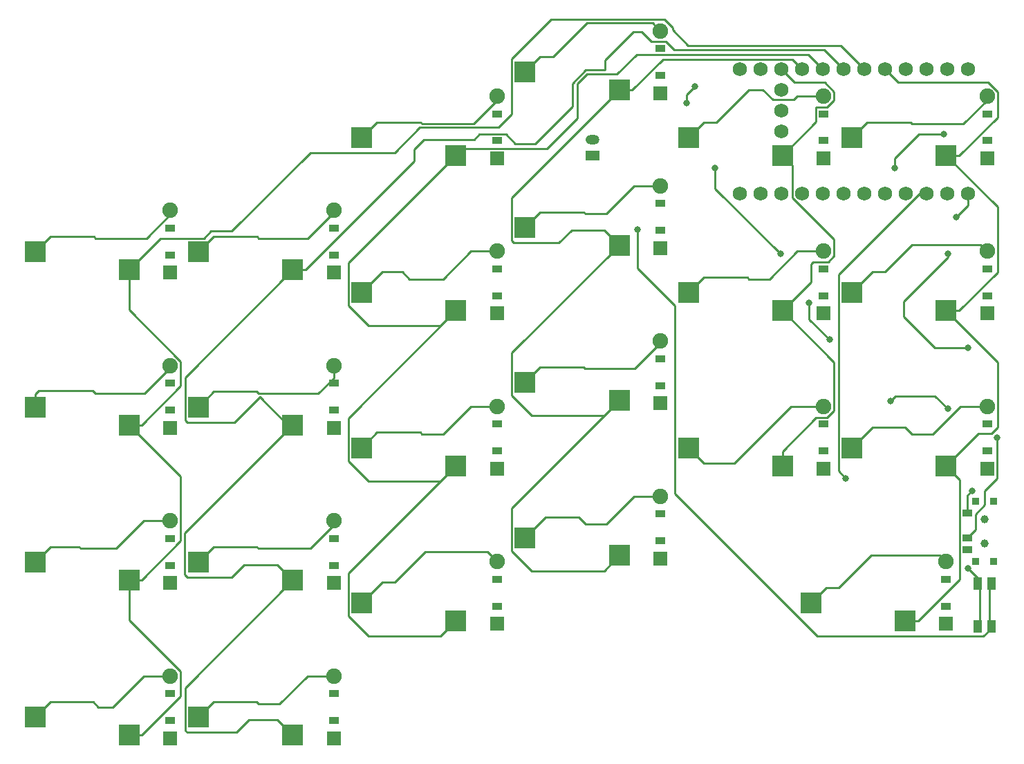
<source format=gbr>
%TF.GenerationSoftware,KiCad,Pcbnew,8.0.7*%
%TF.CreationDate,2025-01-04T23:43:43-07:00*%
%TF.ProjectId,left,6c656674-2e6b-4696-9361-645f70636258,v1.0.0*%
%TF.SameCoordinates,Original*%
%TF.FileFunction,Copper,L2,Bot*%
%TF.FilePolarity,Positive*%
%FSLAX46Y46*%
G04 Gerber Fmt 4.6, Leading zero omitted, Abs format (unit mm)*
G04 Created by KiCad (PCBNEW 8.0.7) date 2025-01-04 23:43:43*
%MOMM*%
%LPD*%
G01*
G04 APERTURE LIST*
%TA.AperFunction,SMDPad,CuDef*%
%ADD10R,2.600000X2.600000*%
%TD*%
%TA.AperFunction,SMDPad,CuDef*%
%ADD11R,1.200000X0.900000*%
%TD*%
%TA.AperFunction,ComponentPad*%
%ADD12R,1.778000X1.778000*%
%TD*%
%TA.AperFunction,ComponentPad*%
%ADD13C,1.905000*%
%TD*%
%TA.AperFunction,ComponentPad*%
%ADD14C,1.752600*%
%TD*%
%TA.AperFunction,WasherPad*%
%ADD15C,1.000000*%
%TD*%
%TA.AperFunction,SMDPad,CuDef*%
%ADD16R,1.250000X0.900000*%
%TD*%
%TA.AperFunction,SMDPad,CuDef*%
%ADD17R,0.900000X0.900000*%
%TD*%
%TA.AperFunction,SMDPad,CuDef*%
%ADD18R,1.000000X1.550000*%
%TD*%
%TA.AperFunction,ComponentPad*%
%ADD19R,1.700000X1.200000*%
%TD*%
%TA.AperFunction,ComponentPad*%
%ADD20O,1.700000X1.200000*%
%TD*%
%TA.AperFunction,ViaPad*%
%ADD21C,0.800000*%
%TD*%
%TA.AperFunction,Conductor*%
%ADD22C,0.250000*%
%TD*%
G04 APERTURE END LIST*
D10*
%TO.P,S1,1*%
%TO.N,P020*%
X103275000Y-155950000D03*
%TO.P,S1,2*%
%TO.N,shift_utility*%
X91725000Y-153750000D03*
%TD*%
%TO.P,S2,1*%
%TO.N,P020*%
X103275000Y-136950000D03*
%TO.P,S2,2*%
%TO.N,shift_down*%
X91725000Y-134750000D03*
%TD*%
%TO.P,S3,1*%
%TO.N,P020*%
X103275000Y-117950000D03*
%TO.P,S3,2*%
%TO.N,shift_home*%
X91725000Y-115750000D03*
%TD*%
%TO.P,S4,1*%
%TO.N,P020*%
X103275000Y-98950000D03*
%TO.P,S4,2*%
%TO.N,shift_up*%
X91725000Y-96750000D03*
%TD*%
%TO.P,S5,1*%
%TO.N,P022*%
X123275000Y-155950000D03*
%TO.P,S5,2*%
%TO.N,a_utility*%
X111725000Y-153750000D03*
%TD*%
%TO.P,S6,1*%
%TO.N,P022*%
X123275000Y-136950000D03*
%TO.P,S6,2*%
%TO.N,a_down*%
X111725000Y-134750000D03*
%TD*%
%TO.P,S7,1*%
%TO.N,P022*%
X123275000Y-117950000D03*
%TO.P,S7,2*%
%TO.N,a_home*%
X111725000Y-115750000D03*
%TD*%
%TO.P,S8,1*%
%TO.N,P022*%
X123275000Y-98950000D03*
%TO.P,S8,2*%
%TO.N,a_up*%
X111725000Y-96750000D03*
%TD*%
%TO.P,S9,1*%
%TO.N,P024*%
X143275000Y-141950000D03*
%TO.P,S9,2*%
%TO.N,s_utility*%
X131725000Y-139750000D03*
%TD*%
%TO.P,S10,1*%
%TO.N,P024*%
X143275000Y-122950000D03*
%TO.P,S10,2*%
%TO.N,s_down*%
X131725000Y-120750000D03*
%TD*%
%TO.P,S11,1*%
%TO.N,P024*%
X143275000Y-103950000D03*
%TO.P,S11,2*%
%TO.N,s_home*%
X131725000Y-101750000D03*
%TD*%
%TO.P,S12,1*%
%TO.N,P024*%
X143275000Y-84950000D03*
%TO.P,S12,2*%
%TO.N,s_up*%
X131725000Y-82750000D03*
%TD*%
%TO.P,S13,1*%
%TO.N,P100*%
X163275000Y-133950000D03*
%TO.P,S13,2*%
%TO.N,d_utility*%
X151725000Y-131750000D03*
%TD*%
%TO.P,S14,1*%
%TO.N,P100*%
X163275000Y-114950000D03*
%TO.P,S14,2*%
%TO.N,d_down*%
X151725000Y-112750000D03*
%TD*%
%TO.P,S15,1*%
%TO.N,P100*%
X163275000Y-95950000D03*
%TO.P,S15,2*%
%TO.N,d_home*%
X151725000Y-93750000D03*
%TD*%
%TO.P,S16,1*%
%TO.N,P100*%
X163275000Y-76950000D03*
%TO.P,S16,2*%
%TO.N,d_up*%
X151725000Y-74750000D03*
%TD*%
%TO.P,S17,1*%
%TO.N,P011*%
X183275000Y-122950000D03*
%TO.P,S17,2*%
%TO.N,f_down*%
X171725000Y-120750000D03*
%TD*%
%TO.P,S18,1*%
%TO.N,P011*%
X183275000Y-103950000D03*
%TO.P,S18,2*%
%TO.N,f_home*%
X171725000Y-101750000D03*
%TD*%
%TO.P,S19,1*%
%TO.N,P011*%
X183275000Y-84950000D03*
%TO.P,S19,2*%
%TO.N,f_up*%
X171725000Y-82750000D03*
%TD*%
%TO.P,S20,1*%
%TO.N,P017*%
X203275000Y-122950000D03*
%TO.P,S20,2*%
%TO.N,g_down*%
X191725000Y-120750000D03*
%TD*%
%TO.P,S21,1*%
%TO.N,P017*%
X203275000Y-103950000D03*
%TO.P,S21,2*%
%TO.N,g_home*%
X191725000Y-101750000D03*
%TD*%
%TO.P,S22,1*%
%TO.N,P017*%
X203275000Y-84950000D03*
%TO.P,S22,2*%
%TO.N,g_up*%
X191725000Y-82750000D03*
%TD*%
%TO.P,S23,1*%
%TO.N,P017*%
X198275000Y-141950000D03*
%TO.P,S23,2*%
%TO.N,g_anchor*%
X186725000Y-139750000D03*
%TD*%
D11*
%TO.P,D1,2*%
%TO.N,shift_utility*%
X108300000Y-150850000D03*
%TO.P,D1,1*%
%TO.N,P029*%
X108300000Y-154150000D03*
D12*
X108300000Y-156310000D03*
D13*
%TO.P,D1,2*%
%TO.N,shift_utility*%
X108300000Y-148690000D03*
%TD*%
D11*
%TO.P,D2,2*%
%TO.N,shift_down*%
X108300000Y-131850000D03*
%TO.P,D2,1*%
%TO.N,P002*%
X108300000Y-135150000D03*
D12*
X108300000Y-137310000D03*
D13*
%TO.P,D2,2*%
%TO.N,shift_down*%
X108300000Y-129690000D03*
%TD*%
D11*
%TO.P,D3,2*%
%TO.N,shift_home*%
X108300000Y-112850000D03*
%TO.P,D3,1*%
%TO.N,P115*%
X108300000Y-116150000D03*
D12*
X108300000Y-118310000D03*
D13*
%TO.P,D3,2*%
%TO.N,shift_home*%
X108300000Y-110690000D03*
%TD*%
D11*
%TO.P,D4,2*%
%TO.N,shift_up*%
X108300000Y-93850000D03*
%TO.P,D4,1*%
%TO.N,P113*%
X108300000Y-97150000D03*
D12*
X108300000Y-99310000D03*
D13*
%TO.P,D4,2*%
%TO.N,shift_up*%
X108300000Y-91690000D03*
%TD*%
D11*
%TO.P,D5,2*%
%TO.N,a_utility*%
X128300000Y-150850000D03*
%TO.P,D5,1*%
%TO.N,P029*%
X128300000Y-154150000D03*
D12*
X128300000Y-156310000D03*
D13*
%TO.P,D5,2*%
%TO.N,a_utility*%
X128300000Y-148690000D03*
%TD*%
D11*
%TO.P,D6,2*%
%TO.N,a_down*%
X128300000Y-131850000D03*
%TO.P,D6,1*%
%TO.N,P002*%
X128300000Y-135150000D03*
D12*
X128300000Y-137310000D03*
D13*
%TO.P,D6,2*%
%TO.N,a_down*%
X128300000Y-129690000D03*
%TD*%
D11*
%TO.P,D7,2*%
%TO.N,a_home*%
X128300000Y-112850000D03*
%TO.P,D7,1*%
%TO.N,P115*%
X128300000Y-116150000D03*
D12*
X128300000Y-118310000D03*
D13*
%TO.P,D7,2*%
%TO.N,a_home*%
X128300000Y-110690000D03*
%TD*%
D11*
%TO.P,D8,2*%
%TO.N,a_up*%
X128300000Y-93850000D03*
%TO.P,D8,1*%
%TO.N,P113*%
X128300000Y-97150000D03*
D12*
X128300000Y-99310000D03*
D13*
%TO.P,D8,2*%
%TO.N,a_up*%
X128300000Y-91690000D03*
%TD*%
D11*
%TO.P,D9,2*%
%TO.N,s_utility*%
X148300000Y-136850000D03*
%TO.P,D9,1*%
%TO.N,P029*%
X148300000Y-140150000D03*
D12*
X148300000Y-142310000D03*
D13*
%TO.P,D9,2*%
%TO.N,s_utility*%
X148300000Y-134690000D03*
%TD*%
D11*
%TO.P,D10,2*%
%TO.N,s_down*%
X148300000Y-117850000D03*
%TO.P,D10,1*%
%TO.N,P002*%
X148300000Y-121150000D03*
D12*
X148300000Y-123310000D03*
D13*
%TO.P,D10,2*%
%TO.N,s_down*%
X148300000Y-115690000D03*
%TD*%
D11*
%TO.P,D11,2*%
%TO.N,s_home*%
X148300000Y-98850000D03*
%TO.P,D11,1*%
%TO.N,P115*%
X148300000Y-102150000D03*
D12*
X148300000Y-104310000D03*
D13*
%TO.P,D11,2*%
%TO.N,s_home*%
X148300000Y-96690000D03*
%TD*%
D11*
%TO.P,D12,2*%
%TO.N,s_up*%
X148300000Y-79850000D03*
%TO.P,D12,1*%
%TO.N,P113*%
X148300000Y-83150000D03*
D12*
X148300000Y-85310000D03*
D13*
%TO.P,D12,2*%
%TO.N,s_up*%
X148300000Y-77690000D03*
%TD*%
D11*
%TO.P,D13,2*%
%TO.N,d_utility*%
X168300000Y-128850000D03*
%TO.P,D13,1*%
%TO.N,P029*%
X168300000Y-132150000D03*
D12*
X168300000Y-134310000D03*
D13*
%TO.P,D13,2*%
%TO.N,d_utility*%
X168300000Y-126690000D03*
%TD*%
D11*
%TO.P,D14,2*%
%TO.N,d_down*%
X168300000Y-109850000D03*
%TO.P,D14,1*%
%TO.N,P002*%
X168300000Y-113150000D03*
D12*
X168300000Y-115310000D03*
D13*
%TO.P,D14,2*%
%TO.N,d_down*%
X168300000Y-107690000D03*
%TD*%
D11*
%TO.P,D15,2*%
%TO.N,d_home*%
X168300000Y-90850000D03*
%TO.P,D15,1*%
%TO.N,P115*%
X168300000Y-94150000D03*
D12*
X168300000Y-96310000D03*
D13*
%TO.P,D15,2*%
%TO.N,d_home*%
X168300000Y-88690000D03*
%TD*%
D11*
%TO.P,D16,2*%
%TO.N,d_up*%
X168300000Y-71850000D03*
%TO.P,D16,1*%
%TO.N,P113*%
X168300000Y-75150000D03*
D12*
X168300000Y-77310000D03*
D13*
%TO.P,D16,2*%
%TO.N,d_up*%
X168300000Y-69690000D03*
%TD*%
D11*
%TO.P,D17,2*%
%TO.N,f_down*%
X188300000Y-117850000D03*
%TO.P,D17,1*%
%TO.N,P002*%
X188300000Y-121150000D03*
D12*
X188300000Y-123310000D03*
D13*
%TO.P,D17,2*%
%TO.N,f_down*%
X188300000Y-115690000D03*
%TD*%
D11*
%TO.P,D18,2*%
%TO.N,f_home*%
X188300000Y-98850000D03*
%TO.P,D18,1*%
%TO.N,P115*%
X188300000Y-102150000D03*
D12*
X188300000Y-104310000D03*
D13*
%TO.P,D18,2*%
%TO.N,f_home*%
X188300000Y-96690000D03*
%TD*%
D11*
%TO.P,D19,2*%
%TO.N,f_up*%
X188300000Y-79850000D03*
%TO.P,D19,1*%
%TO.N,P113*%
X188300000Y-83150000D03*
D12*
X188300000Y-85310000D03*
D13*
%TO.P,D19,2*%
%TO.N,f_up*%
X188300000Y-77690000D03*
%TD*%
D11*
%TO.P,D20,2*%
%TO.N,g_down*%
X208300000Y-117850000D03*
%TO.P,D20,1*%
%TO.N,P002*%
X208300000Y-121150000D03*
D12*
X208300000Y-123310000D03*
D13*
%TO.P,D20,2*%
%TO.N,g_down*%
X208300000Y-115690000D03*
%TD*%
D11*
%TO.P,D21,2*%
%TO.N,g_home*%
X208300000Y-98850000D03*
%TO.P,D21,1*%
%TO.N,P115*%
X208300000Y-102150000D03*
D12*
X208300000Y-104310000D03*
D13*
%TO.P,D21,2*%
%TO.N,g_home*%
X208300000Y-96690000D03*
%TD*%
D11*
%TO.P,D22,2*%
%TO.N,g_up*%
X208300000Y-79850000D03*
%TO.P,D22,1*%
%TO.N,P113*%
X208300000Y-83150000D03*
D12*
X208300000Y-85310000D03*
D13*
%TO.P,D22,2*%
%TO.N,g_up*%
X208300000Y-77690000D03*
%TD*%
D11*
%TO.P,D23,2*%
%TO.N,g_anchor*%
X203300000Y-136850000D03*
%TO.P,D23,1*%
%TO.N,P029*%
X203300000Y-140150000D03*
D12*
X203300000Y-142310000D03*
D13*
%TO.P,D23,2*%
%TO.N,g_anchor*%
X203300000Y-134690000D03*
%TD*%
D14*
%TO.P,MCU1,1*%
%TO.N,P006*%
X205970000Y-74380000D03*
%TO.P,MCU1,2*%
%TO.N,P008*%
X203430000Y-74380000D03*
%TO.P,MCU1,3*%
%TO.N,GND*%
X200890000Y-74380000D03*
%TO.P,MCU1,4*%
X198350000Y-74380000D03*
%TO.P,MCU1,5*%
%TO.N,P017*%
X195810000Y-74380000D03*
%TO.P,MCU1,6*%
%TO.N,P020*%
X193270000Y-74380000D03*
%TO.P,MCU1,7*%
%TO.N,P022*%
X190730000Y-74380000D03*
%TO.P,MCU1,8*%
%TO.N,P024*%
X188190000Y-74380000D03*
%TO.P,MCU1,9*%
%TO.N,P100*%
X185650000Y-74380000D03*
%TO.P,MCU1,10*%
%TO.N,P011*%
X183110000Y-74380000D03*
%TO.P,MCU1,11*%
%TO.N,P104*%
X180570000Y-74380000D03*
%TO.P,MCU1,12*%
%TO.N,P106*%
X178030000Y-74380000D03*
%TO.P,MCU1,13*%
%TO.N,P009*%
X178030000Y-89620000D03*
%TO.P,MCU1,14*%
%TO.N,P010*%
X180570000Y-89620000D03*
%TO.P,MCU1,15*%
%TO.N,P111*%
X183110000Y-89620000D03*
%TO.P,MCU1,16*%
%TO.N,P113*%
X185650000Y-89620000D03*
%TO.P,MCU1,17*%
%TO.N,P115*%
X188190000Y-89620000D03*
%TO.P,MCU1,18*%
%TO.N,P002*%
X190730000Y-89620000D03*
%TO.P,MCU1,19*%
%TO.N,P029*%
X193270000Y-89620000D03*
%TO.P,MCU1,20*%
%TO.N,P031*%
X195810000Y-89620000D03*
%TO.P,MCU1,21*%
%TO.N,VCC*%
X198350000Y-89620000D03*
%TO.P,MCU1,22*%
%TO.N,RST*%
X200890000Y-89620000D03*
%TO.P,MCU1,23*%
%TO.N,GND*%
X203430000Y-89620000D03*
%TO.P,MCU1,24*%
%TO.N,RAW*%
X205970000Y-89620000D03*
%TO.P,MCU1,31*%
%TO.N,P101*%
X183110000Y-76920000D03*
%TO.P,MCU1,32*%
%TO.N,P102*%
X183110000Y-79460000D03*
%TO.P,MCU1,33*%
%TO.N,P107*%
X183110000Y-82000000D03*
%TD*%
D15*
%TO.P,T1,*%
%TO.N,*%
X208000000Y-132500000D03*
X208000000Y-129500000D03*
D16*
%TO.P,T1,1*%
%TO.N,pos*%
X205925000Y-128750000D03*
%TO.P,T1,2*%
%TO.N,RAW*%
X205925000Y-131750000D03*
%TO.P,T1,3*%
%TO.N,N/C*%
X205925000Y-133250000D03*
D17*
%TO.P,T1,*%
%TO.N,*%
X209100000Y-134700000D03*
X206900000Y-134700000D03*
X206900000Y-127300000D03*
X209100000Y-127300000D03*
%TD*%
D18*
%TO.P,B1,1*%
%TO.N,GND*%
X208850000Y-137375000D03*
X208850000Y-142625000D03*
%TO.P,B1,2*%
%TO.N,RST*%
X207150000Y-137375000D03*
X207150000Y-142625000D03*
%TD*%
D19*
%TO.P,JST1,1*%
%TO.N,pos*%
X160000000Y-85000000D03*
D20*
%TO.P,JST1,2*%
%TO.N,GND*%
X160000000Y-83000000D03*
%TD*%
D21*
%TO.N,RAW*%
X203500000Y-97000000D03*
X206012653Y-108512653D03*
X209500000Y-119500000D03*
X204500000Y-92500000D03*
%TO.N,pos*%
X206500000Y-126000000D03*
X196500000Y-115000000D03*
X186500000Y-103000000D03*
X203500000Y-116000000D03*
X175000000Y-86500000D03*
X183000000Y-97000000D03*
X189000000Y-107500000D03*
%TO.N,RST*%
X191000000Y-124500000D03*
X205976387Y-135518365D03*
%TO.N,GND*%
X165500000Y-94000000D03*
X197000000Y-86500000D03*
X203000000Y-82350000D03*
X172500000Y-76500000D03*
X171500000Y-78500000D03*
%TD*%
D22*
%TO.N,RAW*%
X203500000Y-97454999D02*
X203500000Y-97000000D01*
X198125000Y-102829999D02*
X203500000Y-97454999D01*
X205970000Y-91030000D02*
X205970000Y-89620000D01*
X198125000Y-104726650D02*
X198125000Y-102829999D01*
X206012653Y-108512653D02*
X201911003Y-108512653D01*
X201911003Y-108512653D02*
X198125000Y-104726650D01*
X209525000Y-119525000D02*
X209500000Y-119500000D01*
X209525000Y-124513000D02*
X209525000Y-119525000D01*
X208000000Y-126038000D02*
X209525000Y-124513000D01*
X208000000Y-127750000D02*
X208000000Y-126038000D01*
X206875000Y-128875000D02*
X208000000Y-127750000D01*
X206875000Y-130800000D02*
X206875000Y-128875000D01*
X205925000Y-131750000D02*
X206875000Y-130800000D01*
X204500000Y-92500000D02*
X205970000Y-91030000D01*
%TO.N,pos*%
X205925000Y-126575000D02*
X205925000Y-128750000D01*
X206500000Y-126000000D02*
X205925000Y-126575000D01*
X196500000Y-115000000D02*
X197087500Y-114412500D01*
X186500000Y-103000000D02*
X186500000Y-105000000D01*
X201912500Y-114412500D02*
X203500000Y-116000000D01*
X175000000Y-89000000D02*
X183000000Y-97000000D01*
X197087500Y-114412500D02*
X201912500Y-114412500D01*
X175000000Y-86500000D02*
X175000000Y-89000000D01*
X186500000Y-105000000D02*
X189000000Y-107500000D01*
%TO.N,RST*%
X200048895Y-89620000D02*
X200890000Y-89620000D01*
X190100000Y-123600000D02*
X190100000Y-99568895D01*
X191000000Y-124500000D02*
X190100000Y-123600000D01*
X190100000Y-99568895D02*
X200048895Y-89620000D01*
X207150000Y-137375000D02*
X207150000Y-136691978D01*
X207150000Y-136691978D02*
X205976387Y-135518365D01*
X207375000Y-137600000D02*
X207150000Y-137375000D01*
X207375000Y-142400000D02*
X207375000Y-137600000D01*
X207150000Y-142625000D02*
X207375000Y-142400000D01*
%TO.N,GND*%
X208625000Y-142125000D02*
X208625000Y-137600000D01*
X208850000Y-142350000D02*
X208625000Y-142125000D01*
X208850000Y-142625000D02*
X208850000Y-142350000D01*
X208625000Y-137600000D02*
X208850000Y-137375000D01*
X208850000Y-142850000D02*
X208850000Y-142625000D01*
X207875000Y-143825000D02*
X208850000Y-142850000D01*
X187550000Y-143825000D02*
X207875000Y-143825000D01*
X170100000Y-126375000D02*
X187550000Y-143825000D01*
X170100000Y-103375000D02*
X170100000Y-126375000D01*
X165500000Y-98775000D02*
X170100000Y-103375000D01*
X165500000Y-94000000D02*
X165500000Y-98775000D01*
X199948350Y-82350000D02*
X197000000Y-85298350D01*
X203000000Y-82350000D02*
X199948350Y-82350000D01*
X197000000Y-85298350D02*
X197000000Y-86500000D01*
X171500000Y-78500000D02*
X171500000Y-77500000D01*
X171500000Y-77500000D02*
X172500000Y-76500000D01*
%TO.N,P020*%
X190390000Y-71500000D02*
X193270000Y-74380000D01*
X171717157Y-71500000D02*
X190390000Y-71500000D01*
X169800000Y-69582843D02*
X171717157Y-71500000D01*
X169800000Y-69300000D02*
X169800000Y-69582843D01*
X168787500Y-68287500D02*
X169800000Y-69300000D01*
X154937500Y-68287500D02*
X168787500Y-68287500D01*
X150100000Y-79900000D02*
X150100000Y-73125000D01*
X148460500Y-81539500D02*
X150100000Y-79900000D01*
X138862150Y-81539500D02*
X148460500Y-81539500D01*
X135776650Y-84625000D02*
X138862150Y-81539500D01*
X125420001Y-84625000D02*
X135776650Y-84625000D01*
X150100000Y-73125000D02*
X154937500Y-68287500D01*
X115819101Y-94225900D02*
X125420001Y-84625000D01*
X113274100Y-94225900D02*
X115819101Y-94225900D01*
X112375000Y-95125000D02*
X113274100Y-94225900D01*
X107100000Y-95125000D02*
X112375000Y-95125000D01*
X103275000Y-98950000D02*
X107100000Y-95125000D01*
%TO.N,P022*%
X170000000Y-72000000D02*
X188350000Y-72000000D01*
X169000000Y-71000000D02*
X170000000Y-72000000D01*
X166007784Y-69774100D02*
X167233684Y-71000000D01*
X161500000Y-73266316D02*
X164992216Y-69774100D01*
X161500000Y-74500000D02*
X161500000Y-73266316D01*
X159161954Y-74500000D02*
X161500000Y-74500000D01*
X157500000Y-76161954D02*
X159161954Y-74500000D01*
X164992216Y-69774100D02*
X166007784Y-69774100D01*
X157500000Y-79000000D02*
X157500000Y-76161954D01*
X153000000Y-83500000D02*
X157500000Y-79000000D01*
X150500000Y-83500000D02*
X153000000Y-83500000D01*
X188350000Y-72000000D02*
X190730000Y-74380000D01*
X146125000Y-82375000D02*
X149375000Y-82375000D01*
X145500000Y-83000000D02*
X146125000Y-82375000D01*
X139298350Y-83000000D02*
X145500000Y-83000000D01*
X138125000Y-84173350D02*
X139298350Y-83000000D01*
X138125000Y-85650000D02*
X138125000Y-84173350D01*
X167233684Y-71000000D02*
X169000000Y-71000000D01*
X124825000Y-98950000D02*
X138125000Y-85650000D01*
X123275000Y-98950000D02*
X124825000Y-98950000D01*
X149375000Y-82375000D02*
X150500000Y-83500000D01*
%TO.N,P024*%
X186435000Y-72625000D02*
X188190000Y-74380000D01*
X165375000Y-72625000D02*
X186435000Y-72625000D01*
X163000000Y-75000000D02*
X165375000Y-72625000D01*
X159298350Y-75000000D02*
X163000000Y-75000000D01*
X158125000Y-76173350D02*
X159298350Y-75000000D01*
X158125000Y-80375000D02*
X158125000Y-76173350D01*
X154404000Y-84096000D02*
X158125000Y-80375000D01*
X144129000Y-84096000D02*
X154404000Y-84096000D01*
X143275000Y-84950000D02*
X144129000Y-84096000D01*
%TO.N,P100*%
X168596300Y-73178700D02*
X184448700Y-73178700D01*
X164825000Y-76950000D02*
X168596300Y-73178700D01*
X184448700Y-73178700D02*
X185650000Y-74380000D01*
X163275000Y-76950000D02*
X164825000Y-76950000D01*
%TO.N,P011*%
X189577500Y-78219158D02*
X189577500Y-77160842D01*
X189577500Y-77160842D02*
X188416658Y-76000000D01*
X188721658Y-79075000D02*
X189577500Y-78219158D01*
X188416658Y-76000000D02*
X184730000Y-76000000D01*
X187375000Y-79075000D02*
X188721658Y-79075000D01*
X187375000Y-80850000D02*
X187375000Y-79075000D01*
X183275000Y-84950000D02*
X187375000Y-80850000D01*
X184730000Y-76000000D02*
X183110000Y-74380000D01*
%TO.N,P017*%
X208416658Y-76000000D02*
X197430000Y-76000000D01*
X209577500Y-77160842D02*
X208416658Y-76000000D01*
X209577500Y-80272500D02*
X209577500Y-77160842D01*
X197430000Y-76000000D02*
X195810000Y-74380000D01*
X204900000Y-84950000D02*
X209577500Y-80272500D01*
X203275000Y-84950000D02*
X204900000Y-84950000D01*
X209577500Y-91252500D02*
X203275000Y-84950000D01*
X204900000Y-103950000D02*
X209577500Y-99272500D01*
X209577500Y-99272500D02*
X209577500Y-91252500D01*
X203275000Y-103950000D02*
X204900000Y-103950000D01*
X209577500Y-110252500D02*
X203275000Y-103950000D01*
X209577500Y-118272500D02*
X209577500Y-110252500D01*
X208850000Y-119000000D02*
X209577500Y-118272500D01*
X207225000Y-119000000D02*
X208850000Y-119000000D01*
X203275000Y-122950000D02*
X207225000Y-119000000D01*
X204975000Y-136875000D02*
X204975000Y-124650000D01*
X204975000Y-124650000D02*
X203275000Y-122950000D01*
X199900000Y-141950000D02*
X204975000Y-136875000D01*
X198275000Y-141950000D02*
X199900000Y-141950000D01*
%TO.N,P011*%
X184448700Y-86123700D02*
X183275000Y-84950000D01*
X184448700Y-90117595D02*
X184448700Y-86123700D01*
X189577500Y-95246395D02*
X184448700Y-90117595D01*
X189577500Y-97219158D02*
X189577500Y-95246395D01*
X188829158Y-97967500D02*
X189577500Y-97219158D01*
X186725900Y-100499100D02*
X186725900Y-98274100D01*
X187032500Y-97967500D02*
X188829158Y-97967500D01*
X183275000Y-103950000D02*
X186725900Y-100499100D01*
X186725900Y-98274100D02*
X187032500Y-97967500D01*
X189577500Y-116219158D02*
X189577500Y-110252500D01*
X187375000Y-117075000D02*
X188721658Y-117075000D01*
X183275000Y-121175000D02*
X187375000Y-117075000D01*
X183275000Y-122950000D02*
X183275000Y-121175000D01*
X188721658Y-117075000D02*
X189577500Y-116219158D01*
X189577500Y-110252500D02*
X183275000Y-103950000D01*
%TO.N,P100*%
X150100000Y-90125000D02*
X163275000Y-76950000D01*
X150100000Y-95375000D02*
X150100000Y-90125000D01*
X155875000Y-95625000D02*
X150350000Y-95625000D01*
X161400000Y-94075000D02*
X157425000Y-94075000D01*
X150350000Y-95625000D02*
X150100000Y-95375000D01*
X163275000Y-95950000D02*
X161400000Y-94075000D01*
X157425000Y-94075000D02*
X155875000Y-95625000D01*
X150100000Y-109125000D02*
X163275000Y-95950000D01*
X152550000Y-116825000D02*
X150100000Y-114375000D01*
X161400000Y-116825000D02*
X152550000Y-116825000D01*
X150100000Y-114375000D02*
X150100000Y-109125000D01*
X163275000Y-114950000D02*
X161400000Y-116825000D01*
X150100000Y-128125000D02*
X163275000Y-114950000D01*
X152550000Y-135825000D02*
X150100000Y-133375000D01*
X161400000Y-135825000D02*
X152550000Y-135825000D01*
X163275000Y-133950000D02*
X161400000Y-135825000D01*
X150100000Y-133375000D02*
X150100000Y-128125000D01*
%TO.N,P024*%
X130100000Y-103375000D02*
X130100000Y-98125000D01*
X132550000Y-105825000D02*
X130100000Y-103375000D01*
X143275000Y-103950000D02*
X141400000Y-105825000D01*
X141400000Y-105825000D02*
X132550000Y-105825000D01*
X130100000Y-98125000D02*
X143275000Y-84950000D01*
X130100000Y-117125000D02*
X143275000Y-103950000D01*
X130100000Y-122375000D02*
X130100000Y-117125000D01*
X132550000Y-124825000D02*
X130100000Y-122375000D01*
X141400000Y-124825000D02*
X132550000Y-124825000D01*
X143275000Y-122950000D02*
X141400000Y-124825000D01*
X130100000Y-136125000D02*
X143275000Y-122950000D01*
X130100000Y-141375000D02*
X130100000Y-136125000D01*
X141400000Y-143825000D02*
X132550000Y-143825000D01*
X132550000Y-143825000D02*
X130100000Y-141375000D01*
X143275000Y-141950000D02*
X141400000Y-143825000D01*
%TO.N,P022*%
X110350000Y-117625000D02*
X110100000Y-117375000D01*
X110100000Y-112125000D02*
X123275000Y-98950000D01*
X116155650Y-117625000D02*
X110350000Y-117625000D01*
X119241150Y-114539500D02*
X116155650Y-117625000D01*
X110100000Y-117375000D02*
X110100000Y-112125000D01*
X122651650Y-117950000D02*
X119241150Y-114539500D01*
X123275000Y-117950000D02*
X122651650Y-117950000D01*
X110027500Y-131197500D02*
X123275000Y-117950000D01*
X110027500Y-136302500D02*
X110027500Y-131197500D01*
X110350000Y-136625000D02*
X110027500Y-136302500D01*
X115776650Y-136625000D02*
X110350000Y-136625000D01*
X117326650Y-135075000D02*
X115776650Y-136625000D01*
X121400000Y-135075000D02*
X117326650Y-135075000D01*
X123275000Y-136950000D02*
X121400000Y-135075000D01*
X110100000Y-155375000D02*
X110100000Y-150125000D01*
X110100000Y-150125000D02*
X123275000Y-136950000D01*
X117925000Y-154075000D02*
X116375000Y-155625000D01*
X123275000Y-155950000D02*
X121400000Y-154075000D01*
X121400000Y-154075000D02*
X117925000Y-154075000D01*
X116375000Y-155625000D02*
X110350000Y-155625000D01*
X110350000Y-155625000D02*
X110100000Y-155375000D01*
%TO.N,P020*%
X104800000Y-155950000D02*
X103275000Y-155950000D01*
X109577500Y-151172500D02*
X104800000Y-155950000D01*
X109577500Y-148160842D02*
X109577500Y-151172500D01*
X103275000Y-136950000D02*
X103275000Y-141858342D01*
X103275000Y-141858342D02*
X109577500Y-148160842D01*
X104800000Y-136950000D02*
X103275000Y-136950000D01*
X109577500Y-132172500D02*
X104800000Y-136950000D01*
X103275000Y-117950000D02*
X109577500Y-124252500D01*
X109577500Y-124252500D02*
X109577500Y-132172500D01*
X109577500Y-113172500D02*
X104800000Y-117950000D01*
X103275000Y-103858342D02*
X109577500Y-110160842D01*
X109577500Y-110160842D02*
X109577500Y-113172500D01*
X103275000Y-98950000D02*
X103275000Y-103858342D01*
X104800000Y-117950000D02*
X103275000Y-117950000D01*
%TO.N,g_anchor*%
X202520500Y-133910500D02*
X203300000Y-134690000D01*
X194134501Y-133910500D02*
X202520500Y-133910500D01*
X188600000Y-137875000D02*
X190170001Y-137875000D01*
X190170001Y-137875000D02*
X194134501Y-133910500D01*
X186725000Y-139750000D02*
X188600000Y-137875000D01*
%TO.N,g_down*%
X201676816Y-119089500D02*
X205076316Y-115690000D01*
X205076316Y-115690000D02*
X208300000Y-115690000D01*
X199134501Y-119089500D02*
X201676816Y-119089500D01*
X198270901Y-118225900D02*
X199134501Y-119089500D01*
X194249100Y-118225900D02*
X198270901Y-118225900D01*
X191725000Y-120750000D02*
X194249100Y-118225900D01*
%TO.N,g_home*%
X195817501Y-99227500D02*
X199134501Y-95910500D01*
X191725000Y-101750000D02*
X194247500Y-99227500D01*
X194247500Y-99227500D02*
X195817501Y-99227500D01*
X199134501Y-95910500D02*
X207520500Y-95910500D01*
X207520500Y-95910500D02*
X208300000Y-96690000D01*
%TO.N,g_up*%
X208300000Y-78200000D02*
X208300000Y-77690000D01*
X205410500Y-81089500D02*
X208300000Y-78200000D01*
X199134501Y-81089500D02*
X205410500Y-81089500D01*
X198920001Y-80875000D02*
X199134501Y-81089500D01*
X193600000Y-80875000D02*
X198920001Y-80875000D01*
X191725000Y-82750000D02*
X193600000Y-80875000D01*
%TO.N,f_up*%
X182088157Y-78133158D02*
X184633158Y-78133158D01*
X175170001Y-80875000D02*
X179134501Y-76910500D01*
X180865499Y-76910500D02*
X182088157Y-78133158D01*
X173600000Y-80875000D02*
X175170001Y-80875000D01*
X171725000Y-82750000D02*
X173600000Y-80875000D01*
X179134501Y-76910500D02*
X180865499Y-76910500D01*
X184633158Y-78133158D02*
X185076316Y-77690000D01*
X185076316Y-77690000D02*
X188300000Y-77690000D01*
%TO.N,f_down*%
X177375000Y-122625000D02*
X184310000Y-115690000D01*
X173600000Y-122625000D02*
X177375000Y-122625000D01*
X184310000Y-115690000D02*
X188300000Y-115690000D01*
X171725000Y-120750000D02*
X173600000Y-122625000D01*
%TO.N,f_home*%
X185076316Y-96690000D02*
X188300000Y-96690000D01*
X179134501Y-100089500D02*
X181676816Y-100089500D01*
X178920001Y-99875000D02*
X179134501Y-100089500D01*
X173600000Y-99875000D02*
X178920001Y-99875000D01*
X181676816Y-100089500D02*
X185076316Y-96690000D01*
X171725000Y-101750000D02*
X173600000Y-99875000D01*
%TO.N,d_up*%
X159307501Y-68737500D02*
X167347500Y-68737500D01*
X155170001Y-72875000D02*
X159307501Y-68737500D01*
X151725000Y-74750000D02*
X153600000Y-72875000D01*
X153600000Y-72875000D02*
X155170001Y-72875000D01*
X167347500Y-68737500D02*
X168300000Y-69690000D01*
%TO.N,d_home*%
X165076316Y-88690000D02*
X168300000Y-88690000D01*
X161676816Y-92089500D02*
X165076316Y-88690000D01*
X158920001Y-91875000D02*
X159134501Y-92089500D01*
X159134501Y-92089500D02*
X161676816Y-92089500D01*
X153600000Y-91875000D02*
X158920001Y-91875000D01*
X151725000Y-93750000D02*
X153600000Y-91875000D01*
%TO.N,d_down*%
X168300000Y-107933684D02*
X168300000Y-107690000D01*
X165144184Y-111089500D02*
X168300000Y-107933684D01*
X158875000Y-110875000D02*
X159089500Y-111089500D01*
X159089500Y-111089500D02*
X165144184Y-111089500D01*
X153600000Y-110875000D02*
X158875000Y-110875000D01*
X151725000Y-112750000D02*
X153600000Y-110875000D01*
%TO.N,d_utility*%
X165076316Y-126690000D02*
X168300000Y-126690000D01*
X161676816Y-130089500D02*
X165076316Y-126690000D01*
X159134501Y-130089500D02*
X161676816Y-130089500D01*
X158270901Y-129225900D02*
X159134501Y-130089500D01*
X154249100Y-129225900D02*
X158270901Y-129225900D01*
X151725000Y-131750000D02*
X154249100Y-129225900D01*
%TO.N,s_utility*%
X147110000Y-133500000D02*
X148300000Y-134690000D01*
X134249100Y-137225900D02*
X135819101Y-137225900D01*
X139545001Y-133500000D02*
X147110000Y-133500000D01*
X131725000Y-139750000D02*
X134249100Y-137225900D01*
X135819101Y-137225900D02*
X139545001Y-133500000D01*
%TO.N,s_down*%
X145076316Y-115690000D02*
X148300000Y-115690000D01*
X138875000Y-118875000D02*
X139089500Y-119089500D01*
X133600000Y-118875000D02*
X138875000Y-118875000D01*
X141676816Y-119089500D02*
X145076316Y-115690000D01*
X131725000Y-120750000D02*
X133600000Y-118875000D01*
X139089500Y-119089500D02*
X141676816Y-119089500D01*
%TO.N,s_home*%
X145076316Y-96690000D02*
X148300000Y-96690000D01*
X141676816Y-100089500D02*
X145076316Y-96690000D01*
X136684600Y-99225900D02*
X137548200Y-100089500D01*
X134249100Y-99225900D02*
X136684600Y-99225900D01*
X137548200Y-100089500D02*
X141676816Y-100089500D01*
X131725000Y-101750000D02*
X134249100Y-99225900D01*
%TO.N,s_up*%
X148300000Y-78200000D02*
X148300000Y-77690000D01*
X145410500Y-81089500D02*
X148300000Y-78200000D01*
X139134501Y-81089500D02*
X145410500Y-81089500D01*
X133600000Y-80875000D02*
X138920001Y-80875000D01*
X131725000Y-82750000D02*
X133600000Y-80875000D01*
X138920001Y-80875000D02*
X139134501Y-81089500D01*
%TO.N,a_up*%
X125144184Y-95089500D02*
X128300000Y-91933684D01*
X118920001Y-94875000D02*
X119134501Y-95089500D01*
X119134501Y-95089500D02*
X125144184Y-95089500D01*
X111725000Y-96750000D02*
X113600000Y-94875000D01*
X113600000Y-94875000D02*
X118920001Y-94875000D01*
X128300000Y-91933684D02*
X128300000Y-91690000D01*
%TO.N,a_home*%
X128300000Y-112200000D02*
X128300000Y-110690000D01*
X126410500Y-114089500D02*
X128300000Y-112200000D01*
X113600000Y-113875000D02*
X118875000Y-113875000D01*
X118875000Y-113875000D02*
X119089500Y-114089500D01*
X119089500Y-114089500D02*
X126410500Y-114089500D01*
X111725000Y-115750000D02*
X113600000Y-113875000D01*
%TO.N,a_down*%
X128300000Y-130200000D02*
X128300000Y-129690000D01*
X125410500Y-133089500D02*
X128300000Y-130200000D01*
X119089500Y-133089500D02*
X125410500Y-133089500D01*
X113600000Y-132875000D02*
X118875000Y-132875000D01*
X111725000Y-134750000D02*
X113600000Y-132875000D01*
X118875000Y-132875000D02*
X119089500Y-133089500D01*
%TO.N,a_utility*%
X125076316Y-148690000D02*
X128300000Y-148690000D01*
X118875000Y-151875000D02*
X119089500Y-152089500D01*
X119089500Y-152089500D02*
X121676816Y-152089500D01*
X113600000Y-151875000D02*
X118875000Y-151875000D01*
X121676816Y-152089500D02*
X125076316Y-148690000D01*
X111725000Y-153750000D02*
X113600000Y-151875000D01*
%TO.N,shift_utility*%
X105076316Y-148690000D02*
X108300000Y-148690000D01*
X101266316Y-152500000D02*
X105076316Y-148690000D01*
X99500000Y-152500000D02*
X101266316Y-152500000D01*
X93600000Y-151875000D02*
X98875000Y-151875000D01*
X91725000Y-153750000D02*
X93600000Y-151875000D01*
X98875000Y-151875000D02*
X99500000Y-152500000D01*
%TO.N,shift_down*%
X105076316Y-129690000D02*
X108300000Y-129690000D01*
X97339500Y-133089500D02*
X101676816Y-133089500D01*
X101676816Y-133089500D02*
X105076316Y-129690000D01*
X93600000Y-132875000D02*
X97125000Y-132875000D01*
X91725000Y-134750000D02*
X93600000Y-132875000D01*
X97125000Y-132875000D02*
X97339500Y-133089500D01*
%TO.N,shift_home*%
X108300000Y-110933684D02*
X108300000Y-110690000D01*
X105144184Y-114089500D02*
X108300000Y-110933684D01*
X99134501Y-114089500D02*
X105144184Y-114089500D01*
X98772501Y-113727500D02*
X99134501Y-114089500D01*
X92197500Y-113727500D02*
X98772501Y-113727500D01*
X91725000Y-114200000D02*
X92197500Y-113727500D01*
X91725000Y-115750000D02*
X91725000Y-114200000D01*
%TO.N,shift_up*%
X108300000Y-92200000D02*
X108300000Y-91690000D01*
X99134501Y-95089500D02*
X105410500Y-95089500D01*
X98920001Y-94875000D02*
X99134501Y-95089500D01*
X93600000Y-94875000D02*
X98920001Y-94875000D01*
X91725000Y-96750000D02*
X93600000Y-94875000D01*
X105410500Y-95089500D02*
X108300000Y-92200000D01*
%TD*%
M02*

</source>
